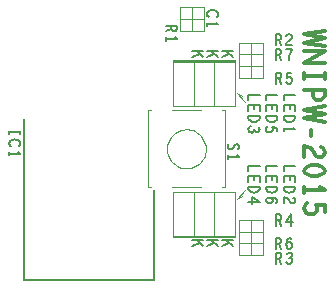
<source format=gto>
*
%FSLAX33Y33*%
%MOMM*%
%ADD10C,0.120000*%
%ADD11C,0.300000*%
%ADD12C,0.150000*%
%ADD13C,0.200000*%
%IPPOS*%
%LNsst*%
%LPD*%
G54D10*
X22500Y9500D02*
X21750Y8750D01*
X22250Y9000D01*
X22500Y17000D02*
X21750Y17750D01*
X22250Y17500D01*
G54D11*
X29200Y23000D02*
X27500Y22697D01*
X29200Y22350D01*
X27500Y22003D01*
X29200Y21700D01*
X27500Y21248D02*
X29200D01*
X27500Y20252D01*
X29200D01*
Y19410D02*
Y18890D01*
Y19150D02*
X27500D01*
Y19410D02*
Y18890D01*
Y17983D02*
X29200D01*
Y17463D01*
X29115Y17290D01*
X28917Y17160D01*
X28690Y17117D01*
X28463Y17160D01*
X28293Y17268D01*
X28208Y17463D01*
Y17983D01*
X29200Y16600D02*
X27500Y16297D01*
X29200Y15950D01*
X27500Y15603D01*
X29200Y15300D01*
X28067Y14632D02*
Y14068D01*
X28917Y13162D02*
X29087Y13032D01*
X29172Y12880D01*
X29200Y12707D01*
X29143Y12490D01*
X29002Y12338D01*
X28832Y12295D01*
X28662Y12317D01*
X28520Y12403D01*
X28237Y12837D01*
X28038Y13032D01*
X27755Y13162D01*
X27500Y13205D01*
Y12295D01*
X29200Y11150D02*
X29143Y11323D01*
X29002Y11453D01*
X28832Y11540D01*
X28605Y11605D01*
X28350Y11627D01*
X28095Y11605D01*
X27868Y11540D01*
X27698Y11453D01*
X27557Y11323D01*
X27500Y11150D01*
X27557Y10977D01*
X27698Y10847D01*
X27868Y10760D01*
X28095Y10695D01*
X28350Y10673D01*
X28605Y10695D01*
X28832Y10760D01*
X29002Y10847D01*
X29143Y10977D01*
X29200Y11150D01*
X27500Y9550D02*
X29200D01*
X28860Y9810D01*
X27500D02*
Y9290D01*
X27755Y8427D02*
X27613Y8297D01*
X27528Y8145D01*
X27500Y7950D01*
X27557Y7755D01*
X27670Y7603D01*
X27868Y7495D01*
X28095Y7473D01*
X28322Y7517D01*
X28463Y7625D01*
X28577Y7777D01*
X28605Y7928D01*
X28577Y8080D01*
X28463Y8275D01*
X29200Y8210D01*
Y7625D01*
G54D12*
X14750Y9500D02*
Y1875D01*
X3750D01*
Y15500D01*
G54D13*
X3452Y14540D02*
Y14260D01*
Y14400D02*
X2500D01*
Y14540D02*
Y14260D01*
X3373Y13243D02*
X3421Y13313D01*
X3452Y13395D01*
Y13488D01*
X3405Y13593D01*
X3325Y13675D01*
X3230Y13733D01*
X3071Y13780D01*
X2929Y13792D01*
X2786Y13768D01*
X2690Y13733D01*
X2595Y13663D01*
X2532Y13582D01*
X2500Y13500D01*
Y13418D01*
X2532Y13337D01*
X2579Y13267D01*
X2643Y13208D01*
X2500Y12600D02*
X3452D01*
X3262Y12740D01*
X2500D02*
Y12460D01*
G54D10*
X24000Y21000D02*
X22000D01*
Y20000D01*
X24000D01*
Y21000D01*
X23000Y20000D02*
Y21000D01*
G54D13*
X25067Y20500D02*
Y21452D01*
X25358D01*
X25452Y21405D01*
X25510Y21341D01*
X25533Y21214D01*
X25510Y21087D01*
X25440Y21008D01*
X25358Y20960D01*
X25067D01*
X25358D02*
X25533Y20500D01*
X26177D02*
X26200Y20706D01*
X26235Y20881D01*
X26282Y21040D01*
X26340Y21214D01*
X26433Y21452D01*
X25967D01*
G54D10*
X24000Y6000D02*
X22000D01*
Y5000D01*
X24000D01*
Y6000D01*
X23000Y5000D02*
Y6000D01*
G54D13*
X25067Y4500D02*
Y5453D01*
X25358D01*
X25452Y5405D01*
X25510Y5341D01*
X25533Y5214D01*
X25510Y5087D01*
X25440Y5008D01*
X25358Y4960D01*
X25067D01*
X25358D02*
X25533Y4500D01*
X25978Y4897D02*
X26060Y5008D01*
X26130Y5071D01*
X26223Y5103D01*
X26305Y5071D01*
X26363Y5008D01*
X26410Y4913D01*
X26422Y4802D01*
X26410Y4706D01*
X26363Y4611D01*
X26293Y4532D01*
X26212Y4500D01*
X26118Y4532D01*
X26037Y4627D01*
X25990Y4770D01*
X25978Y4929D01*
X26002Y5135D01*
X26037Y5246D01*
X26095Y5357D01*
X26177Y5437D01*
X26258Y5453D01*
X26340Y5421D01*
X26398Y5341D01*
G54D10*
X24000Y20000D02*
X22000D01*
Y19000D01*
X24000D01*
Y20000D01*
X23000Y19000D02*
Y20000D01*
G54D13*
X25067Y18500D02*
Y19453D01*
X25358D01*
X25452Y19405D01*
X25510Y19341D01*
X25533Y19214D01*
X25510Y19087D01*
X25440Y19008D01*
X25358Y18960D01*
X25067D01*
X25358D02*
X25533Y18500D01*
X25943Y18643D02*
X26013Y18563D01*
X26095Y18516D01*
X26200Y18500D01*
X26305Y18532D01*
X26387Y18595D01*
X26445Y18706D01*
X26457Y18833D01*
X26433Y18960D01*
X26375Y19040D01*
X26293Y19103D01*
X26212Y19119D01*
X26130Y19103D01*
X26025Y19040D01*
X26060Y19453D01*
X26375D01*
G54D10*
X24000Y7000D02*
X22000D01*
Y6000D01*
X24000D01*
Y7000D01*
X23000Y6000D02*
Y7000D01*
G54D13*
X25067Y6500D02*
Y7453D01*
X25358D01*
X25452Y7405D01*
X25510Y7341D01*
X25533Y7214D01*
X25510Y7087D01*
X25440Y7008D01*
X25358Y6960D01*
X25067D01*
X25358D02*
X25533Y6500D01*
X26340D02*
Y7453D01*
X25908Y6770D01*
X26492D01*
G54D10*
X24000Y5000D02*
X22000D01*
Y4000D01*
X24000D01*
Y5000D01*
X23000Y4000D02*
Y5000D01*
G54D13*
X25067Y3250D02*
Y4203D01*
X25358D01*
X25452Y4155D01*
X25510Y4091D01*
X25533Y3964D01*
X25510Y3837D01*
X25440Y3758D01*
X25358Y3710D01*
X25067D01*
X25358D02*
X25533Y3250D01*
X25943Y3440D02*
X26013Y3329D01*
X26107Y3266D01*
X26212Y3250D01*
X26305Y3266D01*
X26398Y3345D01*
X26457Y3440D01*
X26468Y3536D01*
X26445Y3647D01*
X26363Y3726D01*
X26282Y3758D01*
X26177D01*
X26282D02*
X26352Y3806D01*
X26410Y3885D01*
X26433Y3980D01*
X26410Y4075D01*
X26352Y4155D01*
X26247Y4203D01*
X26142Y4187D01*
X26037Y4123D01*
G54D10*
X24000Y22000D02*
X22000D01*
Y21000D01*
X24000D01*
Y22000D01*
X23000Y21000D02*
Y22000D01*
G54D13*
X25067Y21750D02*
Y22703D01*
X25358D01*
X25452Y22655D01*
X25510Y22591D01*
X25533Y22464D01*
X25510Y22337D01*
X25440Y22258D01*
X25358Y22210D01*
X25067D01*
X25358D02*
X25533Y21750D01*
X25978Y22544D02*
X26048Y22639D01*
X26130Y22687D01*
X26223Y22703D01*
X26340Y22671D01*
X26422Y22591D01*
X26445Y22496D01*
X26433Y22401D01*
X26387Y22321D01*
X26153Y22163D01*
X26048Y22052D01*
X25978Y21893D01*
X25955Y21750D01*
X26445D01*
G54D10*
X18000Y23000D02*
Y25000D01*
X17000D01*
Y23000D01*
X18000D01*
X17000Y24000D02*
X18000D01*
G54D13*
X15750Y23433D02*
X16702D01*
Y23142D01*
X16655Y23048D01*
X16591Y22990D01*
X16464Y22967D01*
X16337Y22990D01*
X16258Y23060D01*
X16210Y23142D01*
Y23433D01*
Y23142D02*
X15750Y22967D01*
Y22300D02*
X16702D01*
X16512Y22440D01*
X15750D02*
Y22160D01*
G54D10*
X18000Y25000D02*
Y23000D01*
X19000D01*
Y25000D01*
X18000D01*
X19000Y24000D02*
X18000D01*
G54D13*
X20123Y24193D02*
X20171Y24263D01*
X20202Y24345D01*
Y24438D01*
X20155Y24543D01*
X20075Y24625D01*
X19980Y24683D01*
X19821Y24730D01*
X19679Y24742D01*
X19536Y24718D01*
X19440Y24683D01*
X19345Y24613D01*
X19282Y24532D01*
X19250Y24450D01*
Y24368D01*
X19282Y24287D01*
X19329Y24217D01*
X19393Y24158D01*
X19250Y23550D02*
X20202D01*
X20012Y23690D01*
X19250D02*
Y23410D01*
G54D10*
X14250Y16250D02*
Y9750D01*
X14500D01*
X18750Y16250D02*
X16250D01*
X14500D02*
X14250D01*
X16250Y9750D02*
X18750D01*
X20500D02*
X20750D01*
Y16250D01*
X20500D01*
X19150Y13000D02*
X19137Y13203D01*
X19100Y13403D01*
X19038Y13596D01*
X18953Y13781D01*
X18846Y13954D01*
X18719Y14112D01*
X18573Y14253D01*
X18411Y14376D01*
X18235Y14477D01*
X18047Y14557D01*
X17852Y14612D01*
X17651Y14643D01*
X17448Y14649D01*
X17246Y14630D01*
X17047Y14587D01*
X16855Y14519D01*
X16674Y14428D01*
X16504Y14316D01*
X16350Y14183D01*
X16213Y14033D01*
X16096Y13867D01*
X16000Y13688D01*
X15927Y13498D01*
X15878Y13301D01*
X15853Y13099D01*
X15853Y12896D01*
X15879Y12694D01*
X15929Y12497D01*
X16002Y12308D01*
X16099Y12129D01*
X16216Y11963D01*
X16354Y11813D01*
X16508Y11681D01*
X16678Y11569D01*
X16860Y11479D01*
X17052Y11412D01*
X17251Y11369D01*
X17453Y11351D01*
X17656Y11357D01*
X17857Y11389D01*
X18052Y11445D01*
X18239Y11525D01*
X18415Y11627D01*
X18577Y11750D01*
X18722Y11892D01*
X18849Y12050D01*
X18956Y12224D01*
X19040Y12408D01*
X19101Y12602D01*
X19138Y12802D01*
X19150Y13000D01*
G54D13*
X21127Y13445D02*
X21048Y13352D01*
X21000Y13247D01*
Y13153D01*
X21048Y13060D01*
X21127Y12990D01*
X21238Y12955D01*
X21349Y12978D01*
X21444Y13037D01*
X21508Y13142D01*
X21540Y13282D01*
X21603Y13363D01*
X21714Y13398D01*
X21825Y13375D01*
X21905Y13317D01*
X21952Y13235D01*
Y13153D01*
X21921Y13072D01*
X21841Y13002D01*
X21000Y12300D02*
X21952D01*
X21762Y12440D01*
X21000D02*
Y12160D01*
G54D10*
X18125Y9375D02*
Y5625D01*
X19875D01*
Y9375D01*
X18125D01*
X19875Y5625D02*
Y5500D01*
X18125D01*
Y5625D01*
X19850Y5600D02*
X18150D01*
G54D13*
X25202Y11583D02*
X24250D01*
Y11117D01*
Y10217D02*
Y10683D01*
X25202D01*
Y10217D01*
X24742Y10403D02*
Y10683D01*
X24250Y9807D02*
X25202D01*
Y9573D01*
X25155Y9480D01*
X25091Y9410D01*
X24996Y9352D01*
X24885Y9305D01*
X24726Y9293D01*
X24567Y9305D01*
X24456Y9352D01*
X24361Y9410D01*
X24298Y9480D01*
X24250Y9573D01*
Y9807D01*
X24647Y8872D02*
X24758Y8790D01*
X24821Y8720D01*
X24853Y8627D01*
X24821Y8545D01*
X24758Y8487D01*
X24663Y8440D01*
X24552Y8428D01*
X24456Y8440D01*
X24361Y8487D01*
X24282Y8557D01*
X24250Y8638D01*
X24282Y8732D01*
X24377Y8813D01*
X24520Y8860D01*
X24679Y8872D01*
X24885Y8848D01*
X24996Y8813D01*
X25107Y8755D01*
X25187Y8673D01*
X25202Y8592D01*
X25171Y8510D01*
X25091Y8452D01*
X19250Y5257D02*
X20202D01*
Y4813D02*
X19615Y5257D01*
X19250Y4743D02*
X19885Y5058D01*
G54D10*
X19875Y16625D02*
Y20375D01*
X18125D01*
Y16625D01*
X19875D01*
X18125Y20375D02*
Y20500D01*
X19875D01*
Y20375D01*
X18150Y20400D02*
X19850D01*
G54D13*
X25202Y17583D02*
X24250D01*
Y17117D01*
Y16217D02*
Y16683D01*
X25202D01*
Y16217D01*
X24742Y16403D02*
Y16683D01*
X24250Y15807D02*
X25202D01*
Y15573D01*
X25155Y15480D01*
X25091Y15410D01*
X24996Y15352D01*
X24885Y15305D01*
X24726Y15293D01*
X24567Y15305D01*
X24456Y15352D01*
X24361Y15410D01*
X24298Y15480D01*
X24250Y15573D01*
Y15807D01*
X24393Y14907D02*
X24313Y14837D01*
X24266Y14755D01*
X24250Y14650D01*
X24282Y14545D01*
X24345Y14463D01*
X24456Y14405D01*
X24583Y14393D01*
X24710Y14417D01*
X24790Y14475D01*
X24853Y14557D01*
X24869Y14638D01*
X24853Y14720D01*
X24790Y14825D01*
X25202Y14790D01*
Y14475D01*
X19250Y21257D02*
X20202D01*
Y20813D02*
X19615Y21257D01*
X19250Y20743D02*
X19885Y21058D01*
G54D10*
X16375Y9375D02*
Y5625D01*
X18125D01*
Y9375D01*
X16375D01*
X18125Y5625D02*
Y5500D01*
X16375D01*
Y5625D01*
X18100Y5600D02*
X16400D01*
G54D13*
X23702Y11583D02*
X22750D01*
Y11117D01*
Y10217D02*
Y10683D01*
X23702D01*
Y10217D01*
X23242Y10403D02*
Y10683D01*
X22750Y9807D02*
X23702D01*
Y9573D01*
X23655Y9480D01*
X23591Y9410D01*
X23496Y9352D01*
X23385Y9305D01*
X23226Y9293D01*
X23067Y9305D01*
X22956Y9352D01*
X22861Y9410D01*
X22798Y9480D01*
X22750Y9573D01*
Y9807D01*
Y8510D02*
X23702D01*
X23020Y8942D01*
Y8358D01*
X18000Y5257D02*
X18952D01*
Y4813D02*
X18365Y5257D01*
X18000Y4743D02*
X18635Y5058D01*
G54D10*
X18125Y16625D02*
Y20375D01*
X16375D01*
Y16625D01*
X18125D01*
X16375Y20375D02*
Y20500D01*
X18125D01*
Y20375D01*
X16400Y20400D02*
X18100D01*
G54D13*
X23702Y17583D02*
X22750D01*
Y17117D01*
Y16217D02*
Y16683D01*
X23702D01*
Y16217D01*
X23242Y16403D02*
Y16683D01*
X22750Y15807D02*
X23702D01*
Y15573D01*
X23655Y15480D01*
X23591Y15410D01*
X23496Y15352D01*
X23385Y15305D01*
X23226Y15293D01*
X23067Y15305D01*
X22956Y15352D01*
X22861Y15410D01*
X22798Y15480D01*
X22750Y15573D01*
Y15807D01*
X22940Y14907D02*
X22829Y14837D01*
X22766Y14743D01*
X22750Y14638D01*
X22766Y14545D01*
X22845Y14452D01*
X22940Y14393D01*
X23036Y14382D01*
X23147Y14405D01*
X23226Y14487D01*
X23258Y14568D01*
Y14673D01*
Y14568D02*
X23306Y14498D01*
X23385Y14440D01*
X23480Y14417D01*
X23575Y14440D01*
X23655Y14498D01*
X23702Y14603D01*
X23687Y14708D01*
X23623Y14813D01*
X18000Y21257D02*
X18952D01*
Y20813D02*
X18365Y21257D01*
X18000Y20743D02*
X18635Y21058D01*
G54D10*
X19875Y9375D02*
Y5625D01*
X21625D01*
Y9375D01*
X19875D01*
X21625Y5625D02*
Y5500D01*
X19875D01*
Y5625D01*
X21600Y5600D02*
X19900D01*
G54D13*
X26703Y11583D02*
X25750D01*
Y11117D01*
Y10217D02*
Y10683D01*
X26703D01*
Y10217D01*
X26242Y10403D02*
Y10683D01*
X25750Y9807D02*
X26703D01*
Y9573D01*
X26655Y9480D01*
X26591Y9410D01*
X26496Y9352D01*
X26385Y9305D01*
X26226Y9293D01*
X26067Y9305D01*
X25956Y9352D01*
X25861Y9410D01*
X25798Y9480D01*
X25750Y9573D01*
Y9807D01*
X26544Y8872D02*
X26639Y8802D01*
X26687Y8720D01*
X26703Y8627D01*
X26671Y8510D01*
X26591Y8428D01*
X26496Y8405D01*
X26401Y8417D01*
X26321Y8463D01*
X26163Y8697D01*
X26052Y8802D01*
X25893Y8872D01*
X25750Y8895D01*
Y8405D01*
X20500Y5257D02*
X21452D01*
Y4813D02*
X20865Y5257D01*
X20500Y4743D02*
X21135Y5058D01*
G54D10*
X21625Y16625D02*
Y20375D01*
X19875D01*
Y16625D01*
X21625D01*
X19875Y20375D02*
Y20500D01*
X21625D01*
Y20375D01*
X19900Y20400D02*
X21600D01*
G54D13*
X26703Y17583D02*
X25750D01*
Y17117D01*
Y16217D02*
Y16683D01*
X26703D01*
Y16217D01*
X26242Y16403D02*
Y16683D01*
X25750Y15807D02*
X26703D01*
Y15573D01*
X26655Y15480D01*
X26591Y15410D01*
X26496Y15352D01*
X26385Y15305D01*
X26226Y15293D01*
X26067Y15305D01*
X25956Y15352D01*
X25861Y15410D01*
X25798Y15480D01*
X25750Y15573D01*
Y15807D01*
Y14650D02*
X26703D01*
X26512Y14790D01*
X25750D02*
Y14510D01*
X20500Y21257D02*
X21452D01*
Y20813D02*
X20865Y21257D01*
X20500Y20743D02*
X21135Y21058D01*
M02*

</source>
